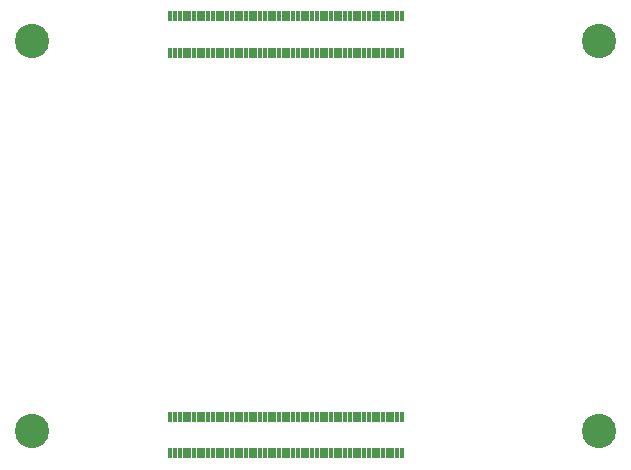
<source format=gts>
G04*
G04 #@! TF.GenerationSoftware,Altium Limited,Altium Designer,21.6.4 (81)*
G04*
G04 Layer_Color=8388736*
%FSLAX44Y44*%
%MOMM*%
G71*
G04*
G04 #@! TF.SameCoordinates,2686D9AD-387F-486B-B8E0-4D59B8EDC849*
G04*
G04*
G04 #@! TF.FilePolarity,Negative*
G04*
G01*
G75*
%ADD13R,0.4032X0.9032*%
%ADD14C,2.9032*%
G54D13*
X152000Y15800D02*
D03*
Y46600D02*
D03*
X156000Y15800D02*
D03*
Y46600D02*
D03*
X160000Y15800D02*
D03*
Y46600D02*
D03*
X164000Y15800D02*
D03*
Y46600D02*
D03*
X168000Y15800D02*
D03*
Y46600D02*
D03*
X172000Y15800D02*
D03*
Y46600D02*
D03*
X176000Y15800D02*
D03*
Y46600D02*
D03*
X180000Y15800D02*
D03*
Y46600D02*
D03*
X184000Y15800D02*
D03*
Y46600D02*
D03*
X188000Y15800D02*
D03*
Y46600D02*
D03*
X192000Y15800D02*
D03*
Y46600D02*
D03*
X196000Y15800D02*
D03*
Y46600D02*
D03*
X200000Y15800D02*
D03*
Y46600D02*
D03*
X204000Y15800D02*
D03*
Y46600D02*
D03*
X208000Y15800D02*
D03*
Y46600D02*
D03*
X212000Y15800D02*
D03*
Y46600D02*
D03*
X216000Y15800D02*
D03*
Y46600D02*
D03*
X220000Y15800D02*
D03*
Y46600D02*
D03*
X224000Y15800D02*
D03*
Y46600D02*
D03*
X228000Y15800D02*
D03*
Y46600D02*
D03*
X232000Y15800D02*
D03*
Y46600D02*
D03*
X236000Y15800D02*
D03*
Y46600D02*
D03*
X240000Y15800D02*
D03*
Y46600D02*
D03*
X244000Y15800D02*
D03*
Y46600D02*
D03*
X248000Y15800D02*
D03*
Y46600D02*
D03*
X252000Y15800D02*
D03*
Y46600D02*
D03*
X256000Y15800D02*
D03*
Y46600D02*
D03*
X260000Y15800D02*
D03*
Y46600D02*
D03*
X264000Y15800D02*
D03*
Y46600D02*
D03*
X268000Y15800D02*
D03*
Y46600D02*
D03*
X272000Y15800D02*
D03*
Y46600D02*
D03*
X276000Y15800D02*
D03*
Y46600D02*
D03*
X280000Y15800D02*
D03*
Y46600D02*
D03*
X284000Y15800D02*
D03*
Y46600D02*
D03*
X288000Y15800D02*
D03*
Y46600D02*
D03*
X292000Y15800D02*
D03*
Y46600D02*
D03*
X296000Y15800D02*
D03*
Y46600D02*
D03*
X300000Y15800D02*
D03*
Y46600D02*
D03*
X304000Y15800D02*
D03*
Y46600D02*
D03*
X308000Y15800D02*
D03*
Y46600D02*
D03*
X312000Y15800D02*
D03*
Y46600D02*
D03*
X316000Y15800D02*
D03*
Y46600D02*
D03*
X320000Y15800D02*
D03*
Y46600D02*
D03*
X324000Y15800D02*
D03*
Y46600D02*
D03*
X328000Y15800D02*
D03*
Y46600D02*
D03*
X332000Y15800D02*
D03*
Y46600D02*
D03*
X336000Y15800D02*
D03*
Y46600D02*
D03*
X340000Y15800D02*
D03*
Y46600D02*
D03*
X344000Y15800D02*
D03*
Y46600D02*
D03*
X348000Y15800D02*
D03*
Y46600D02*
D03*
X152000Y355000D02*
D03*
Y385800D02*
D03*
X156000Y355000D02*
D03*
Y385800D02*
D03*
X160000Y355000D02*
D03*
Y385800D02*
D03*
X164000Y355000D02*
D03*
Y385800D02*
D03*
X168000Y355000D02*
D03*
Y385800D02*
D03*
X172000Y355000D02*
D03*
Y385800D02*
D03*
X176000Y355000D02*
D03*
Y385800D02*
D03*
X180000Y355000D02*
D03*
Y385800D02*
D03*
X184000Y355000D02*
D03*
Y385800D02*
D03*
X188000Y355000D02*
D03*
Y385800D02*
D03*
X192000Y355000D02*
D03*
Y385800D02*
D03*
X196000Y355000D02*
D03*
Y385800D02*
D03*
X200000Y355000D02*
D03*
Y385800D02*
D03*
X204000Y355000D02*
D03*
Y385800D02*
D03*
X208000Y355000D02*
D03*
Y385800D02*
D03*
X212000Y355000D02*
D03*
Y385800D02*
D03*
X216000Y355000D02*
D03*
Y385800D02*
D03*
X220000Y355000D02*
D03*
Y385800D02*
D03*
X224000Y355000D02*
D03*
Y385800D02*
D03*
X228000Y355000D02*
D03*
Y385800D02*
D03*
X232000Y355000D02*
D03*
Y385800D02*
D03*
X236000Y355000D02*
D03*
Y385800D02*
D03*
X240000Y355000D02*
D03*
Y385800D02*
D03*
X244000Y355000D02*
D03*
Y385800D02*
D03*
X248000Y355000D02*
D03*
Y385800D02*
D03*
X252000Y355000D02*
D03*
Y385800D02*
D03*
X256000Y355000D02*
D03*
Y385800D02*
D03*
X260000Y355000D02*
D03*
Y385800D02*
D03*
X264000Y355000D02*
D03*
Y385800D02*
D03*
X268000Y355000D02*
D03*
Y385800D02*
D03*
X272000Y355000D02*
D03*
Y385800D02*
D03*
X276000Y355000D02*
D03*
Y385800D02*
D03*
X280000Y355000D02*
D03*
Y385800D02*
D03*
X284000Y355000D02*
D03*
Y385800D02*
D03*
X288000Y355000D02*
D03*
Y385800D02*
D03*
X292000Y355000D02*
D03*
Y385800D02*
D03*
X296000Y355000D02*
D03*
Y385800D02*
D03*
X300000Y355000D02*
D03*
Y385800D02*
D03*
X304000Y355000D02*
D03*
Y385800D02*
D03*
X308000Y355000D02*
D03*
Y385800D02*
D03*
X312000Y355000D02*
D03*
Y385800D02*
D03*
X316000Y355000D02*
D03*
Y385800D02*
D03*
X320000Y355000D02*
D03*
Y385800D02*
D03*
X324000Y355000D02*
D03*
Y385800D02*
D03*
X328000Y355000D02*
D03*
Y385800D02*
D03*
X332000Y355000D02*
D03*
Y385800D02*
D03*
X336000Y355000D02*
D03*
Y385800D02*
D03*
X340000Y355000D02*
D03*
Y385800D02*
D03*
X344000Y355000D02*
D03*
Y385800D02*
D03*
X348000Y355000D02*
D03*
Y385800D02*
D03*
G54D14*
X515000Y365036D02*
D03*
X35000Y365000D02*
D03*
X515000Y35000D02*
D03*
X35000D02*
D03*
M02*

</source>
